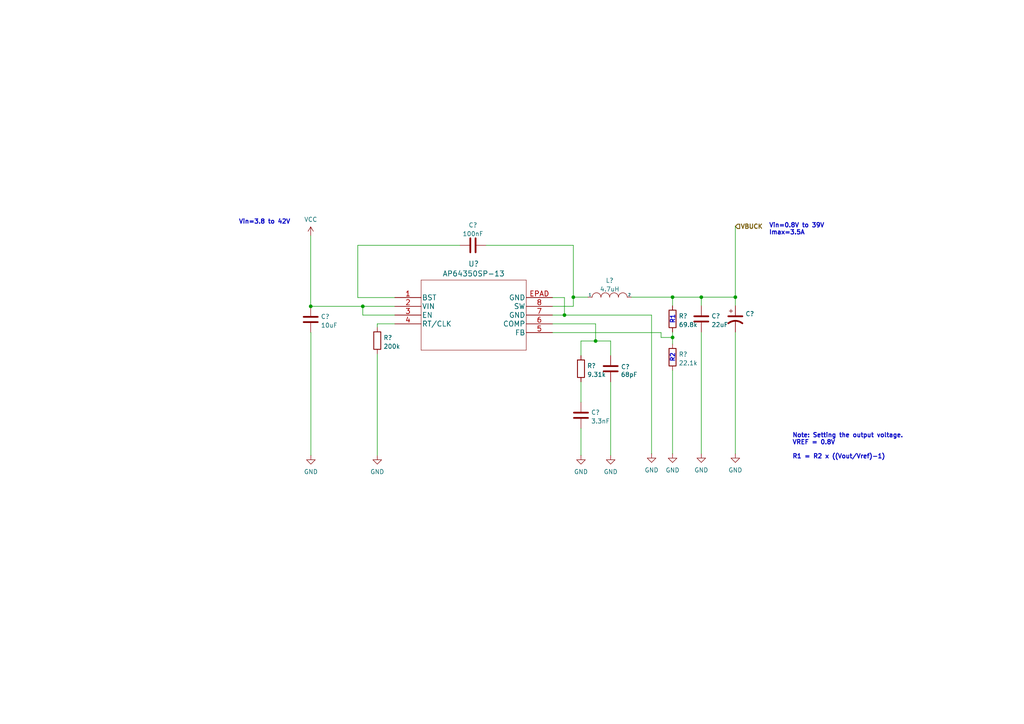
<source format=kicad_sch>
(kicad_sch (version 20231120) (generator "eeschema") (generator_version "8.0")
  (paper "A4")
  (title_block (title "PWX-Schematic_Repo") (date "2024-10-04") (rev "0") (company "Packetworx") (comment 1 "J.Javier"))
  (lib_symbols
    (symbol "Device:C" (pin_numbers hide) (pin_names (offset 0.254))
      (property "Reference" "C" (at 0.635 2.54 0))
      (property "Value" "C" (at 0.635 -2.54 0))
      (symbol "C_0_1"
        (polyline (pts (xy -2.032 -0.762) (xy 2.032 -0.762)) (stroke (width 0.508)))
        (polyline (pts (xy -2.032 0.762) (xy 2.032 0.762)) (stroke (width 0.508)))
      )
      (symbol "C_1_1"
        (pin passive line (at 0 3.81 270) (length 2.794) (name "~") (number "1"))
        (pin passive line (at 0 -3.81 90) (length 2.794) (name "~") (number "2"))
      )
    )
    (symbol "Device:C_Polarized_US" (pin_numbers hide) (pin_names (offset 0.254) hide)
      (property "Reference" "C" (at 0.635 2.54 0))
      (property "Value" "C_Polarized_US" (at 0.635 -2.54 0))
      (symbol "C_Polarized_US_0_1"
        (polyline (pts (xy -2.032 0.762) (xy 2.032 0.762)) (stroke (width 0.508)))
        (polyline (pts (xy -1.778 2.286) (xy -0.762 2.286)))
        (polyline (pts (xy -1.27 1.778) (xy -1.27 2.794)))
        (arc (start 2.032 -1.27) (mid 0 -0.5572) (end -2.032 -1.27) (stroke (width 0.508)))
      )
      (symbol "C_Polarized_US_1_1"
        (pin passive line (at 0 3.81 270) (length 2.794) (name "~") (number "1"))
        (pin passive line (at 0 -3.81 90) (length 3.302) (name "~") (number "2"))
      )
    )
    (symbol "Device:R" (pin_numbers hide) (pin_names (offset 0))
      (property "Reference" "R" (at 2.032 0 90))
      (property "Value" "R" (at 0 0 90))
      (symbol "R_0_1"
        (rectangle (start -1.016 -2.54) (end 1.016 2.54) (stroke (width 0.254)))
      )
      (symbol "R_1_1"
        (pin passive line (at 0 3.81 270) (length 1.27) (name "~") (number "1"))
        (pin passive line (at 0 -3.81 90) (length 1.27) (name "~") (number "2"))
      )
    )
    (symbol "adp650:AP64350SP-13" (pin_names (offset 0.254))
      (property "Reference" "U" (at 22.86 10.16 0))
      (property "Value" "AP64350SP-13" (at 22.86 7.62 0))
      (symbol "AP64350SP-13_1_1"
        (polyline (pts (xy 7.62 -15.24) (xy 38.1 -15.24)) (stroke (width 0.127)))
        (polyline (pts (xy 7.62 5.08) (xy 7.62 -15.24)) (stroke (width 0.127)))
        (polyline (pts (xy 38.1 -15.24) (xy 38.1 5.08)) (stroke (width 0.127)))
        (polyline (pts (xy 38.1 5.08) (xy 7.62 5.08)) (stroke (width 0.127)))
        (pin power_in line (at 0 0 0) (length 7.62) (name "BST") (number "1"))
        (pin power_in line (at 0 -2.54 0) (length 7.62) (name "VIN") (number "2"))
        (pin input line (at 0 -5.08 0) (length 7.62) (name "EN") (number "3"))
        (pin unspecified line (at 0 -7.62 0) (length 7.62) (name "RT/CLK") (number "4"))
        (pin input line (at 45.72 -10.16 180) (length 7.62) (name "FB") (number "5"))
        (pin unspecified line (at 45.72 -7.62 180) (length 7.62) (name "COMP") (number "6"))
        (pin power_in line (at 45.72 -5.08 180) (length 7.62) (name "GND") (number "7"))
        (pin output line (at 45.72 -2.54 180) (length 7.62) (name "SW") (number "8"))
        (pin power_in line (at 45.72 0 180) (length 7.62) (name "GND") (number "EPAD"))
      )
    )
    (symbol "power:GND" (power) (pin_numbers hide) (pin_names (offset 0) hide)
      (property "Value" "GND" (at 0 -3.81 0))
      (symbol "GND_0_1"
        (polyline (pts (xy 0 0) (xy 0 -1.27) (xy 1.27 -1.27) (xy 0 -2.54) (xy -1.27 -1.27) (xy 0 -1.27)))
      )
      (symbol "GND_1_1"
        (pin power_in line (at 0 0 270) (length 0) (name "~") (number "1"))
      )
    )
    (symbol "power:VCC" (power) (pin_numbers hide) (pin_names (offset 0) hide)
      (property "Value" "VCC" (at 0 3.556 0))
      (symbol "VCC_0_1"
        (polyline (pts (xy -0.762 1.27) (xy 0 2.54)))
        (polyline (pts (xy 0 0) (xy 0 2.54)))
        (polyline (pts (xy 0 2.54) (xy 0.762 1.27)))
      )
      (symbol "VCC_1_1"
        (pin power_in line (at 0 0 90) (length 0) (name "~") (number "1"))
      )
    )
    (symbol "pspice:INDUCTOR" (pin_numbers hide) (pin_names (offset 0))
      (property "Reference" "L" (at 0 2.54 0))
      (property "Value" "INDUCTOR" (at 0 -1.27 0))
      (symbol "INDUCTOR_0_1"
        (arc (start -2.54 0) (mid -3.81 1.2645) (end -5.08 0))
        (arc (start 0 0) (mid -1.27 1.2645) (end -2.54 0))
        (arc (start 2.54 0) (mid 1.27 1.2645) (end 0 0))
        (arc (start 5.08 0) (mid 3.81 1.2645) (end 2.54 0))
      )
      (symbol "INDUCTOR_1_1"
        (pin input line (at -6.35 0 0) (length 1.27) (name "1") (number "1"))
        (pin input line (at 6.35 0 180) (length 1.27) (name "2") (number "2"))
      )
    )
  )
  (junction (at 195.0676 86.1939))
  (junction (at 163.7184 91.3901))
  (junction (at 105.2214 88.8501))
  (junction (at 166.2919 86.1939))
  (junction (at 195.0676 97.8759))
  (junction (at 213.2789 86.1939))
  (junction (at 172.7491 98.9061))
  (junction (at 90.1167 88.8501))
  (junction (at 203.4033 86.1939))
  (wire (pts (xy 191.7378 97.8759) (xy 195.0676 97.8759)))
  (wire (pts (xy 213.2789 96.3084) (xy 213.2789 131.5934)))
  (wire (pts (xy 177.1185 103.1294) (xy 177.1185 98.9061)))
  (wire (pts (xy 160.2386 91.3901) (xy 163.7184 91.3901)))
  (wire (pts (xy 114.5186 93.9301) (xy 109.4204 93.9301)))
  (wire (pts (xy 160.2386 96.4701) (xy 191.7378 96.4701)))
  (wire (pts (xy 203.4033 86.1939) (xy 195.0676 86.1939)))
  (wire (pts (xy 90.17 96.4701) (xy 90.1167 96.4701)))
  (wire (pts (xy 163.7184 86.3101) (xy 163.7184 91.3901)))
  (wire (pts (xy 168.5054 124.2585) (xy 168.5054 132.08)))
  (wire (pts (xy 203.4033 96.3084) (xy 203.4033 131.5854)))
  (wire (pts (xy 160.2386 86.3101) (xy 163.7184 86.3101)))
  (wire (pts (xy 109.4204 93.9301) (xy 109.4204 94.9719)))
  (wire (pts (xy 133.3621 71.1489) (xy 103.7694 71.1489)))
  (wire (pts (xy 163.7184 91.3901) (xy 188.9792 91.3901)))
  (wire (pts (xy 140.9821 71.1489) (xy 166.2919 71.1489)))
  (wire (pts (xy 166.2919 71.1489) (xy 166.2919 86.1939)))
  (wire (pts (xy 90.1167 68.3481) (xy 90.1167 88.8501)))
  (wire (pts (xy 195.0676 86.1939) (xy 195.0676 88.6884)))
  (wire (pts (xy 168.5054 103.1294) (xy 168.5054 98.9061)))
  (wire (pts (xy 166.2919 86.1939) (xy 170.4824 86.1939)))
  (wire (pts (xy 195.0676 96.3084) (xy 195.0676 97.8759)))
  (wire (pts (xy 114.5186 91.3901) (xy 105.2214 91.3901)))
  (wire (pts (xy 109.4204 102.5919) (xy 109.4204 132.08)))
  (wire (pts (xy 213.2789 86.1939) (xy 203.4033 86.1939)))
  (wire (pts (xy 90.1167 88.8501) (xy 105.2214 88.8501)))
  (wire (pts (xy 160.2386 88.8501) (xy 166.2919 88.8501)))
  (wire (pts (xy 160.2386 93.9301) (xy 172.7491 93.9301)))
  (wire (pts (xy 166.2919 88.8501) (xy 166.2919 86.1939)))
  (wire (pts (xy 168.5054 110.7494) (xy 168.5054 116.6385)))
  (wire (pts (xy 105.2214 91.3901) (xy 105.2214 88.8501)))
  (wire (pts (xy 188.9792 91.3901) (xy 188.9792 131.5877)))
  (wire (pts (xy 177.1185 110.7494) (xy 177.1185 132.08)))
  (wire (pts (xy 191.7378 96.4701) (xy 191.7378 97.8759)))
  (wire (pts (xy 168.5054 98.9061) (xy 172.7491 98.9061)))
  (wire (pts (xy 172.7491 93.9301) (xy 172.7491 98.9061)))
  (wire (pts (xy 105.2214 88.8501) (xy 114.5186 88.8501)))
  (wire (pts (xy 103.7694 86.3101) (xy 114.5186 86.3101)))
  (wire (pts (xy 195.0676 107.4108) (xy 195.0676 131.6067)))
  (wire (pts (xy 213.2789 65.6641) (xy 213.2789 86.1939)))
  (wire (pts (xy 203.4033 88.6884) (xy 203.4033 86.1939)))
  (wire (pts (xy 183.1824 86.1939) (xy 195.0676 86.1939)))
  (wire (pts (xy 172.7491 98.9061) (xy 177.1185 98.9061)))
  (wire (pts (xy 195.0676 97.8759) (xy 195.0676 99.7908)))
  (wire (pts (xy 103.7694 71.1489) (xy 103.7694 86.3101)))
  (wire (pts (xy 213.2789 88.6884) (xy 213.2789 86.1939)))
  (wire (pts (xy 90.17 132.08) (xy 90.17 96.4701)))
  (text "Vin=3.8 to 42V" (at 76.7428 64.4201 0) (effects (font (size 1.27 1.27) (thickness 0.254) (bold yes))))
  (text "R2" (at 195.1061 103.7703 90) (effects (font (size 1.27 1.27) (thickness 0.254) (bold yes))))
  (text "Note: Setting the output voltage.\nVREF = 0.8V\n\nR1 = R2 x ((Vout/Vref)-1)" (at 229.7677 129.446 0) (effects (font (size 1.27 1.27) (thickness 0.254) (bold yes)) (justify left)))
  (text "Vin=0.8V to 39V \nImax=3.5A" (at 222.9993 66.5187 0) (effects (font (size 1.27 1.27) (thickness 0.254) (bold yes)) (justify left)))
  (text "R1" (at 195.1164 92.6254 90) (effects (font (size 1.27 1.27) (thickness 0.254) (bold yes))))
  (hierarchical_label "VBUCK" (shape input) (at 213.2789 65.6641 0) (effects (font (thickness 0.254) (bold yes))))
  (symbol (lib_id "Device:C_Polarized_US") (at 213.2789 92.4984 0) (unit 1)
    (property "Reference" "C?" (at 216.1999 91.0287 0) (effects (justify left)))
    (property "Value" "C_Polarized_US" (effects (hide yes)))
    (property "Footprint" "ul_RSCSK2043R3D01004T:CONN1x2_RSCSK2043R3D01004T_ELN" (effects (hide yes)))
    (instances (project "PWX-Schematic Repo" (path "" (reference "C?") (unit 1))) (project "packetUPS" (path "" (reference "C38") (unit 1))))
  )
  (symbol (lib_id "Device:R") (at 195.0676 92.4984 0) (unit 1)
    (property "Reference" "R?" (at 196.8456 91.6637 0) (effects (justify left)))
    (property "Value" "69.8k" (at 196.8456 94.2006 0) (effects (justify left)))
    (property "Footprint" "Packetworx Footprints:10K(0603)" (effects (hide yes)))
    (instances (project "PWX-Schematic Repo" (path "" (reference "R?") (unit 1))) (project "packetUPS" (path "" (reference "R30") (unit 1))))
  )
  (symbol (lib_id "Device:C") (at 203.4033 92.4984 0) (unit 1)
    (property "Reference" "C?" (at 206.3243 91.6637 0) (effects (justify left)))
    (property "Value" "22uF" (at 206.3243 94.2006 0) (effects (justify left)))
    (property "Footprint" "Packetworx Footprints:100nF_0603" (effects (hide yes)))
    (property "Datasheet" "https://www.yageo.com/upload/website/yageo_High%20Capacitance%20MLCCs_2016_19050911_141.pdf" (effects (hide yes)))
    (property "Manufacturer_Name" "YAGEO" (effects (hide yes)))
    (property "Manufacturer_Part_Number" "CC0603MRX5R6BB226" (effects (hide yes)))
    (property "Price" "37.11000" (effects (hide yes)))
    (property "Purchase-URL" "https://www.digikey.ph/en/products/detail/yageo/CC0603MRX5R6BB226/5195226" (effects (hide yes)))
    (instances (project "PWX-Schematic Repo" (path "" (reference "C?") (unit 1))) (project "packetUPS" (path "" (reference "C37") (unit 1))))
  )
  (symbol (lib_id "power:GND") (at 213.2789 131.5934 0) (unit 1)
    (property "Reference" "#PWR017" (effects (hide yes)))
    (property "Value" "GND" (at 213.2789 136.3542 0))
    (property "Description" "Power symbol creates a global label with name \"GND\" , ground" (effects (hide yes)))
  )
  (symbol (lib_id "Device:C") (at 137.1721 71.1489 90) (unit 1)
    (property "Reference" "C?" (at 137.1721 65.2901 90))
    (property "Value" "100nF" (at 137.1721 67.827 90))
    (property "Footprint" "Packetworx Footprints:100nF_0603" (effects (hide yes)))
    (property "Datasheet" "https://connect.kemet.com:7667/gateway/IntelliData-ComponentDocumentation/1.0/download/datasheet/C0603C104J4RACTU" (effects (hide yes)))
    (property "Manufacturer_Name" "KEMET" (effects (hide yes)))
    (property "Manufacturer_Part_Number" "C0603C104J4RAC7867" (effects (hide yes)))
    (property "Price" "6.55000" (effects (hide yes)))
    (property "Purchase-URL" "https://www.digikey.ph/en/products/detail/kemet/C0603C104J4RAC7867/411096" (effects (hide yes)))
    (instances (project "PWX-Schematic Repo" (path "" (reference "C?") (unit 1))) (project "packetUPS" (path "" (reference "C36") (unit 1))))
  )
  (symbol (lib_id "power:GND") (at 188.9792 131.5877 0) (unit 1)
    (property "Reference" "#PWR014" (effects (hide yes)))
    (property "Value" "GND" (at 188.9792 136.3485 0))
    (property "Description" "Power symbol creates a global label with name \"GND\" , ground" (effects (hide yes)))
  )
  (symbol (lib_id "Device:C") (at 168.5054 120.4485 0) (unit 1)
    (property "Reference" "C?" (at 171.4264 119.6138 0) (effects (justify left)))
    (property "Value" "3.3nF" (at 171.4264 122.1507 0) (effects (justify left)))
    (property "Footprint" "Packetworx Footprints:100nF_0603" (effects (hide yes)))
    (property "Datasheet" "http://www.passivecomponent.com/wp-content/uploads/datasheet/WTC_MLCC_General_Purpose.pdf" (effects (hide yes)))
    (property "Manufacturer_Name" "Walsin Technology Corporation" (effects (hide yes)))
    (property "Manufacturer_Part_Number" "0603B332K250CT" (effects (hide yes)))
    (property "Price" "5.46000" (effects (hide yes)))
    (property "Purchase-URL" "https://www.digikey.ph/en/products/detail/walsin-technology-corporation/0603B332K250CT/9354925" (effects (hide yes)))
    (instances (project "PWX-Schematic Repo" (path "" (reference "C?") (unit 1))) (project "packetUPS" (path "" (reference "C42") (unit 1))))
  )
  (symbol (lib_id "power:VCC") (at 90.1167 68.3481 0) (unit 1)
    (property "Reference" "#PWR018" (effects (hide yes)))
    (property "Value" "VCC" (at 90.1167 63.6658 0))
    (property "Description" "Power symbol creates a global label with name \"VCC\"" (effects (hide yes)))
  )
  (symbol (lib_id "power:GND") (at 203.4033 131.5854 0) (unit 1)
    (property "Reference" "#PWR016" (effects (hide yes)))
    (property "Value" "GND" (at 203.4033 136.3462 0))
    (property "Description" "Power symbol creates a global label with name \"GND\" , ground" (effects (hide yes)))
  )
  (symbol (lib_id "Device:C") (at 177.1185 106.9394 0) (unit 1)
    (property "Reference" "C?" (at 180.101 106.3995 0) (effects (justify left)))
    (property "Value" "68pF" (at 180.0395 108.6416 0) (effects (justify left)))
    (property "Footprint" "Packetworx Footprints:100nF_0603" (effects (hide yes)))
    (property "Datasheet" "https://www.yageo.com/upload/media/product/productsearch/datasheet/mlcc/UPY-GP_NP0_16V-to-50V_18.pdf" (effects (hide yes)))
    (property "Manufacturer_Name" "YAGEO" (effects (hide yes)))
    (property "Manufacturer_Part_Number" "CC0603JRNPO9BN680" (effects (hide yes)))
    (property "Price" "5.46000" (effects (hide yes)))
    (property "Purchase-URL" "https://www.digikey.ph/en/products/detail/yageo/CC0603JRNPO9BN680/302801" (effects (hide yes)))
    (instances (project "PWX-Schematic Repo" (path "" (reference "C?") (unit 1))) (project "packetUPS" (path "" (reference "C41") (unit 1))))
  )
  (symbol (lib_id "power:GND") (at 177.1185 132.08 0) (unit 1)
    (property "Reference" "#PWR013" (effects (hide yes)))
    (property "Value" "GND" (at 177.1185 136.8408 0))
    (property "Description" "Power symbol creates a global label with name \"GND\" , ground" (effects (hide yes)))
  )
  (symbol (lib_id "power:GND") (at 90.17 132.08 0) (unit 1)
    (property "Reference" "#PWR010" (effects (hide yes)))
    (property "Value" "GND" (at 90.17 136.8408 0))
    (property "Description" "Power symbol creates a global label with name \"GND\" , ground" (effects (hide yes)))
  )
  (symbol (lib_id "power:GND") (at 195.0676 131.6067 0) (unit 1)
    (property "Reference" "#PWR015" (effects (hide yes)))
    (property "Value" "GND" (at 195.0676 136.3675 0))
    (property "Description" "Power symbol creates a global label with name \"GND\" , ground" (effects (hide yes)))
  )
  (symbol (lib_id "Device:C") (at 90.1167 92.6601 0) (unit 1)
    (property "Reference" "C?" (at 93.0377 91.8254 0) (effects (justify left)))
    (property "Value" "10uF" (at 93.0377 94.3623 0) (effects (justify left)))
    (property "Footprint" "Packetworx Footprints:100nF_0603" (effects (hide yes)))
    (property "Datasheet" "https://www.yageo.com/upload/website/yageo_High%20Capacitance%20MLCCs_2016_19050911_141.pdf" (effects (hide yes)))
    (property "Manufacturer_Name" "YAGEO" (effects (hide yes)))
    (property "Manufacturer_Part_Number" "CC0603MRX5R7BB106" (effects (hide yes)))
    (property "Price" "22.92000" (effects (hide yes)))
    (property "Purchase-URL" "https://www.digikey.ph/en/products/detail/yageo/CC0603MRX5R7BB106/5195229" (effects (hide yes)))
    (instances (project "PWX-Schematic Repo" (path "" (reference "C?") (unit 1))) (project "packetUPS" (path "" (reference "C39") (unit 1))))
  )
  (symbol (lib_id "Device:R") (at 195.0676 103.6008 0) (unit 1)
    (property "Reference" "R?" (at 196.8456 102.7661 0) (effects (justify left)))
    (property "Value" "22.1k" (at 196.8456 105.303 0) (effects (justify left)))
    (property "Footprint" "Packetworx Footprints:10K(0603)" (effects (hide yes)))
    (instances (project "PWX-Schematic Repo" (path "" (reference "R?") (unit 1))) (project "packetUPS" (path "" (reference "R31") (unit 1))))
  )
  (symbol (lib_id "pspice:INDUCTOR") (at 176.8324 86.1939 0) (unit 1)
    (property "Reference" "L?" (at 176.8324 81.3511 0))
    (property "Value" "4.7uH" (at 176.8324 83.888 0))
    (property "Footprint" "Packetworx Footprints:100nF_0603" (effects (hide yes)))
    (property "Datasheet" "744325550" (effects (hide yes)))
    (instances (project "PWX-Schematic Repo" (path "" (reference "L?") (unit 1))) (project "packetUPS" (path "" (reference "L3") (unit 1))))
  )
  (symbol (lib_id "Device:R") (at 109.4204 98.7819 0) (unit 1)
    (property "Reference" "R?" (at 111.1984 97.9472 0) (effects (justify left)))
    (property "Value" "200k" (at 111.1984 100.4841 0) (effects (justify left)))
    (property "Footprint" "Packetworx Footprints:10K(0603)" (effects (hide yes)))
    (instances (project "PWX-Schematic Repo" (path "" (reference "R?") (unit 1))) (project "packetUPS" (path "" (reference "R67") (unit 1))))
  )
  (symbol (lib_id "adp650:AP64350SP-13") (at 114.5186 86.3101 0) (unit 1)
    (property "Reference" "U?" (at 137.3786 76.5364 0) (effects (font (size 1.524 1.524))))
    (property "Value" "AP64350SP-13" (at 137.3786 79.3692 0) (effects (font (size 1.524 1.524))))
    (property "Footprint" "ul_AP64350SP-13:SO-8EP_DIO" (effects (hide yes)))
    (instances (project "PWX-Schematic Repo" (path "" (reference "U?") (unit 1))) (project "packetUPS" (path "" (reference "U7") (unit 1))))
  )
  (symbol (lib_id "power:GND") (at 109.4204 132.08 0) (unit 1)
    (property "Reference" "#PWR011" (effects (hide yes)))
    (property "Value" "GND" (at 109.4204 136.8408 0))
    (property "Description" "Power symbol creates a global label with name \"GND\" , ground" (effects (hide yes)))
  )
  (symbol (lib_id "power:GND") (at 168.5054 132.08 0) (unit 1)
    (property "Reference" "#PWR012" (effects (hide yes)))
    (property "Value" "GND" (at 168.5054 136.8408 0))
    (property "Description" "Power symbol creates a global label with name \"GND\" , ground" (effects (hide yes)))
  )
  (symbol (lib_id "Device:R") (at 168.5054 106.9394 0) (unit 1)
    (property "Reference" "R?" (at 170.2834 106.1047 0) (effects (justify left)))
    (property "Value" "9.31k" (at 170.2834 108.6416 0) (effects (justify left)))
    (property "Footprint" "Packetworx Footprints:10K(0603)" (effects (hide yes)))
    (instances (project "PWX-Schematic Repo" (path "" (reference "R?") (unit 1))) (project "packetUPS" (path "" (reference "R32") (unit 1))))
  )
)
</source>
